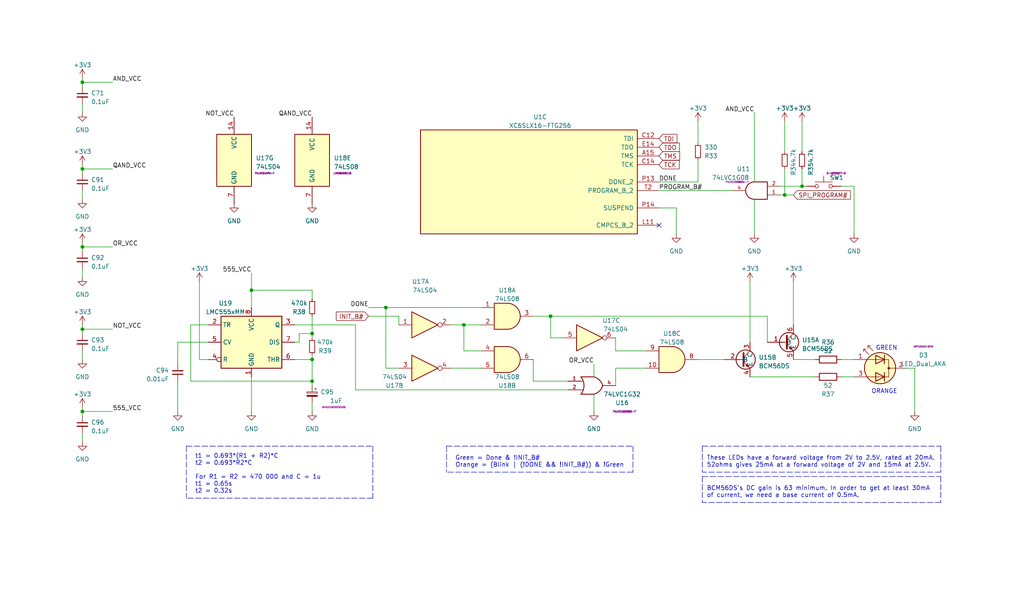
<source format=kicad_sch>
(kicad_sch (version 20210406) (generator eeschema)
  (paper "User" 299.999 180.01)
  (lib_symbols
    (symbol "74xGxx:74LVC1G08" (pin_names (offset 1.016))
      (property "Reference" "U" (at -2.54 3.81 0))
      (property "Value" "74LVC1G08" (at 0 -3.81 0))
      (symbol "74LVC1G08_1_1"
        (pin input line (at -7.62 1.27 0) (length 3.81) (name "~") (number "1"))
        (pin input line (at -7.62 -1.27 0) (length 3.81) (name "~") (number "2"))
        (pin power_in line (at 0 -2.54 270) (length 0) hide (name "GND") (number "3"))
        (pin output line (at 6.35 0 180) (length 3.81) (name "~") (number "4"))
        (pin power_in line (at 0 2.54 90) (length 0) hide (name "VCC") (number "5"))
      )
    )
    (symbol "74xGxx:74LVC1G32" (pin_names (offset 1.016))
      (property "Reference" "U" (at -2.54 3.81 0))
      (property "Value" "74LVC1G32" (at 0 -3.81 0))
      (symbol "74LVC1G32_1_1"
        (pin input line (at -7.62 1.27 0) (length 3.81) (name "~") (number "1"))
        (pin input line (at -7.62 -1.27 0) (length 3.81) (name "~") (number "2"))
        (pin power_in line (at 0 -2.54 270) (length 0) hide (name "GND") (number "3"))
        (pin output line (at 6.35 0 180) (length 3.81) (name "~") (number "4"))
        (pin power_in line (at 0 2.54 90) (length 0) hide (name "VCC") (number "5"))
      )
    )
    (symbol "74xx:74LS04"
      (property "Reference" "U" (at 0 1.27 0))
      (property "Value" "74LS04" (at 0 -1.27 0))
      (symbol "74LS04_1_0"
        (pin input line (at -7.62 0 0) (length 3.81) (name "~") (number "1"))
        (pin output inverted (at 7.62 0 180) (length 3.81) (name "~") (number "2"))
      )
      (symbol "74LS04_2_0"
        (pin input line (at -7.62 0 0) (length 3.81) (name "~") (number "3"))
        (pin output inverted (at 7.62 0 180) (length 3.81) (name "~") (number "4"))
      )
      (symbol "74LS04_3_0"
        (pin input line (at -7.62 0 0) (length 3.81) (name "~") (number "5"))
        (pin output inverted (at 7.62 0 180) (length 3.81) (name "~") (number "6"))
      )
      (symbol "74LS04_4_0"
        (pin output inverted (at 7.62 0 180) (length 3.81) (name "~") (number "8"))
        (pin input line (at -7.62 0 0) (length 3.81) (name "~") (number "9"))
      )
      (symbol "74LS04_5_0"
        (pin output inverted (at 7.62 0 180) (length 3.81) (name "~") (number "10"))
        (pin input line (at -7.62 0 0) (length 3.81) (name "~") (number "11"))
      )
      (symbol "74LS04_6_0"
        (pin output inverted (at 7.62 0 180) (length 3.81) (name "~") (number "12"))
        (pin input line (at -7.62 0 0) (length 3.81) (name "~") (number "13"))
      )
      (symbol "74LS04_7_0"
        (pin power_in line (at 0 12.7 270) (length 5.08) (name "VCC") (number "14"))
        (pin power_in line (at 0 -12.7 90) (length 5.08) (name "GND") (number "7"))
      )
    )
    (symbol "74xx:74LS08" (pin_names (offset 1.016))
      (property "Reference" "U" (at 0 1.27 0))
      (property "Value" "74LS08" (at 0 -1.27 0))
      (symbol "74LS08_1_1"
        (pin input line (at -7.62 2.54 0) (length 3.81) (name "~") (number "1"))
        (pin input line (at -7.62 -2.54 0) (length 3.81) (name "~") (number "2"))
        (pin output line (at 7.62 0 180) (length 3.81) (name "~") (number "3"))
      )
      (symbol "74LS08_1_2"
        (pin input inverted (at -7.62 2.54 0) (length 4.318) (name "~") (number "1"))
        (pin input inverted (at -7.62 -2.54 0) (length 4.318) (name "~") (number "2"))
        (pin output inverted (at 7.62 0 180) (length 3.81) (name "~") (number "3"))
      )
      (symbol "74LS08_2_1"
        (pin input line (at -7.62 2.54 0) (length 3.81) (name "~") (number "4"))
        (pin input line (at -7.62 -2.54 0) (length 3.81) (name "~") (number "5"))
        (pin output line (at 7.62 0 180) (length 3.81) (name "~") (number "6"))
      )
      (symbol "74LS08_2_2"
        (pin input inverted (at -7.62 2.54 0) (length 4.318) (name "~") (number "4"))
        (pin input inverted (at -7.62 -2.54 0) (length 4.318) (name "~") (number "5"))
        (pin output inverted (at 7.62 0 180) (length 3.81) (name "~") (number "6"))
      )
      (symbol "74LS08_3_1"
        (pin input line (at -7.62 -2.54 0) (length 3.81) (name "~") (number "10"))
        (pin output line (at 7.62 0 180) (length 3.81) (name "~") (number "8"))
        (pin input line (at -7.62 2.54 0) (length 3.81) (name "~") (number "9"))
      )
      (symbol "74LS08_3_2"
        (pin input inverted (at -7.62 -2.54 0) (length 4.318) (name "~") (number "10"))
        (pin output inverted (at 7.62 0 180) (length 3.81) (name "~") (number "8"))
        (pin input inverted (at -7.62 2.54 0) (length 4.318) (name "~") (number "9"))
      )
      (symbol "74LS08_4_1"
        (pin output line (at 7.62 0 180) (length 3.81) (name "~") (number "11"))
        (pin input line (at -7.62 2.54 0) (length 3.81) (name "~") (number "12"))
        (pin input line (at -7.62 -2.54 0) (length 3.81) (name "~") (number "13"))
      )
      (symbol "74LS08_4_2"
        (pin output inverted (at 7.62 0 180) (length 3.81) (name "~") (number "11"))
        (pin input inverted (at -7.62 2.54 0) (length 4.318) (name "~") (number "12"))
        (pin input inverted (at -7.62 -2.54 0) (length 4.318) (name "~") (number "13"))
      )
      (symbol "74LS08_5_0"
        (pin power_in line (at 0 12.7 270) (length 5.08) (name "VCC") (number "14"))
        (pin power_in line (at 0 -12.7 90) (length 5.08) (name "GND") (number "7"))
      )
    )
    (symbol "Device:C_Polarized_Small" (pin_numbers hide) (pin_names (offset 0.254) hide)
      (property "Reference" "C" (at 0.254 1.778 0))
      (property "Value" "C_Polarized_Small" (at 0.254 -2.032 0))
      (symbol "C_Polarized_Small_1_1"
        (pin passive line (at 0 2.54 270) (length 1.8542) (name "~") (number "1"))
        (pin passive line (at 0 -2.54 90) (length 1.8542) (name "~") (number "2"))
      )
    )
    (symbol "Device:C_Small" (pin_numbers hide) (pin_names (offset 0.254) hide)
      (property "Reference" "C" (at 0.254 1.778 0))
      (property "Value" "C_Small" (at 0.254 -2.032 0))
      (symbol "C_Small_1_1"
        (pin passive line (at 0 2.54 270) (length 2.032) (name "~") (number "1"))
        (pin passive line (at 0 -2.54 90) (length 2.032) (name "~") (number "2"))
      )
    )
    (symbol "Device:LED_Dual_AKA" (pin_names (offset 0) hide)
      (property "Reference" "D" (at 0 5.715 0))
      (property "Value" "LED_Dual_AKA" (at 0 -6.35 0))
      (symbol "LED_Dual_AKA_1_1"
        (pin input line (at 7.62 2.54 180) (length 3.81) (name "A1") (number "1"))
        (pin input line (at -7.62 0 0) (length 3.048) (name "K") (number "2"))
        (pin input line (at 7.62 -2.54 180) (length 3.81) (name "A2") (number "3"))
      )
    )
    (symbol "Device:R" (pin_numbers hide) (pin_names (offset 0))
      (property "Reference" "R" (at 2.032 0 90))
      (property "Value" "R" (at 0 0 90))
      (symbol "R_1_1"
        (pin passive line (at 0 3.81 270) (length 1.27) (name "~") (number "1"))
        (pin passive line (at 0 -3.81 90) (length 1.27) (name "~") (number "2"))
      )
    )
    (symbol "Device:R_Small" (pin_numbers hide) (pin_names (offset 0.254) hide)
      (property "Reference" "R" (at 0.762 0.508 0))
      (property "Value" "R_Small" (at 0.762 -1.016 0))
      (symbol "R_Small_1_1"
        (pin passive line (at 0 2.54 270) (length 0.762) (name "~") (number "1"))
        (pin passive line (at 0 -2.54 90) (length 0.762) (name "~") (number "2"))
      )
    )
    (symbol "FPGA_Xilinx_Spartan6:XC6SLX16-FTG256" (pin_names (offset 1.016))
      (property "Reference" "U" (at 0 1.27 0))
      (property "Value" "XC6SLX16-FTG256" (at 0 -1.27 0))
      (symbol "XC6SLX16-FTG256_1_1"
        (pin bidirectional line (at -50.8 10.16 0) (length 6.35) (name "IO_L35N_GCLK16_0") (number "A10"))
        (pin bidirectional line (at -50.8 -10.16 0) (length 6.35) (name "IO_L39N_0") (number "A11"))
        (pin bidirectional line (at -50.8 -20.32 0) (length 6.35) (name "IO_L62N_VREF_0") (number "A12"))
        (pin bidirectional line (at -50.8 -25.4 0) (length 6.35) (name "IO_L63N_SCP6_0") (number "A13"))
        (pin bidirectional line (at -50.8 -35.56 0) (length 6.35) (name "IO_L65N_SCP2_0") (number "A14"))
        (pin bidirectional line (at -50.8 55.88 0) (length 6.35) (name "IO_L1N_VREF_0") (number "A4"))
        (pin bidirectional line (at -50.8 50.8 0) (length 6.35) (name "IO_L2N_0") (number "A5"))
        (pin bidirectional line (at -50.8 40.64 0) (length 6.35) (name "IO_L4N_0") (number "A6"))
        (pin bidirectional line (at -50.8 30.48 0) (length 6.35) (name "IO_L6N_0") (number "A7"))
        (pin bidirectional line (at -50.8 20.32 0) (length 6.35) (name "IO_L33N_0") (number "A8"))
        (pin bidirectional line (at -50.8 15.24 0) (length 6.35) (name "IO_L34N_GCLK18_0") (number "A9"))
        (pin bidirectional line (at -50.8 12.7 0) (length 6.35) (name "IO_L35P_GCLK17_0") (number "B10"))
        (pin bidirectional line (at -50.8 -17.78 0) (length 6.35) (name "IO_L62P_0") (number "B12"))
        (pin power_in line (at -35.56 78.74 270) (length 6.35) (name "VCCO_0") (number "B13"))
        (pin bidirectional line (at -50.8 -33.02 0) (length 6.35) (name "IO_L65P_SCP3_0") (number "B14"))
        (pin bidirectional line (at 50.8 53.34 180) (length 6.35) (name "IO_L29P_A23_M1A13_1") (number "B15"))
        (pin bidirectional line (at 50.8 50.8 180) (length 6.35) (name "IO_L29N_A22_M1A14_1") (number "B16"))
        (pin power_in line (at -40.64 78.74 270) (length 6.35) (name "VCCO_0") (number "B4"))
        (pin bidirectional line (at -50.8 53.34 0) (length 6.35) (name "IO_L2P_0") (number "B5"))
        (pin bidirectional line (at -50.8 43.18 0) (length 6.35) (name "IO_L4P_0") (number "B6"))
        (pin bidirectional line (at -50.8 22.86 0) (length 6.35) (name "IO_L33P_0") (number "B8"))
        (pin power_in line (at -38.1 78.74 270) (length 6.35) (name "VCCO_0") (number "B9"))
        (pin bidirectional line (at -50.8 0 0) (length 6.35) (name "IO_L37N_GCLK12_0") (number "C10"))
        (pin bidirectional line (at -50.8 -7.62 0) (length 6.35) (name "IO_L39P_0") (number "C11"))
        (pin bidirectional line (at -50.8 -22.86 0) (length 6.35) (name "IO_L63P_SCP7_0") (number "C13"))
        (pin bidirectional line (at 50.8 33.02 180) (length 6.35) (name "IO_L33P_A15_M1A10_1") (number "C15"))
        (pin bidirectional line (at 50.8 30.48 180) (length 6.35) (name "IO_L33N_A14_M1A4_1") (number "C16"))
        (pin bidirectional line (at -50.8 58.42 0) (length 6.35) (name "IO_L1P_HSWAPEN_0") (number "C4"))
        (pin bidirectional line (at -50.8 45.72 0) (length 6.35) (name "IO_L3N_0") (number "C5"))
        (pin bidirectional line (at -50.8 25.4 0) (length 6.35) (name "IO_L7N_0") (number "C6"))
        (pin bidirectional line (at -50.8 33.02 0) (length 6.35) (name "IO_L6P_0") (number "C7"))
        (pin bidirectional line (at -50.8 -5.08 0) (length 6.35) (name "IO_L38N_VREF_0") (number "C8"))
        (pin bidirectional line (at -50.8 17.78 0) (length 6.35) (name "IO_L34P_GCLK19_0") (number "C9"))
        (pin power_in line (at -30.48 78.74 270) (length 6.35) (name "VCCO_0") (number "D10"))
        (pin bidirectional line (at -50.8 -38.1 0) (length 6.35) (name "IO_L66P_SCP1_0") (number "D11"))
        (pin bidirectional line (at -50.8 -40.64 0) (length 6.35) (name "IO_L66N_SCP0_0") (number "D12"))
        (pin bidirectional line (at 50.8 43.18 180) (length 6.35) (name "IO_L31P_A19_M1CKE_1") (number "D14"))
        (pin power_in line (at 27.94 78.74 270) (length 6.35) (name "VCCO_1") (number "D15"))
        (pin bidirectional line (at 50.8 40.64 180) (length 6.35) (name "IO_L31N_A18_M1A12_1") (number "D16"))
        (pin bidirectional line (at -50.8 48.26 0) (length 6.35) (name "IO_L3P_0") (number "D5"))
        (pin bidirectional line (at -50.8 27.94 0) (length 6.35) (name "IO_L7P_0") (number "D6"))
        (pin power_in line (at -33.02 78.74 270) (length 6.35) (name "VCCO_0") (number "D7"))
        (pin bidirectional line (at -50.8 -2.54 0) (length 6.35) (name "IO_L38P_0") (number "D8"))
        (pin bidirectional line (at -50.8 -15.24 0) (length 6.35) (name "IO_L40N_0") (number "D9"))
        (pin bidirectional line (at -50.8 2.54 0) (length 6.35) (name "IO_L37P_GCLK13_0") (number "E10"))
        (pin bidirectional line (at -50.8 -30.48 0) (length 6.35) (name "IO_L64N_SCP4_0") (number "E11"))
        (pin bidirectional line (at 50.8 55.88 180) (length 6.35) (name "IO_L1N_A24_VREF_1") (number "E12"))
        (pin bidirectional line (at 50.8 58.42 180) (length 6.35) (name "IO_L1P_A25_1") (number "E13"))
        (pin bidirectional line (at 50.8 27.94 180) (length 6.35) (name "IO_L34P_A13_M1WE_1") (number "E15"))
        (pin bidirectional line (at 50.8 25.4 180) (length 6.35) (name "IO_L34N_A12_M1BA2_1") (number "E16"))
        (pin bidirectional line (at -50.8 35.56 0) (length 6.35) (name "IO_L5N_0") (number "E6"))
        (pin bidirectional line (at -50.8 7.62 0) (length 6.35) (name "IO_L36P_GCLK15_0") (number "E7"))
        (pin bidirectional line (at -50.8 5.08 0) (length 6.35) (name "IO_L36N_GCLK14_0") (number "E8"))
        (pin bidirectional line (at -50.8 -27.94 0) (length 6.35) (name "IO_L64P_SCP5_0") (number "F10"))
        (pin bidirectional line (at 50.8 48.26 180) (length 6.35) (name "IO_L30P_A21_M1RESET_1") (number "F12"))
        (pin bidirectional line (at 50.8 38.1 180) (length 6.35) (name "IO_L32P_A17_M1A8_1") (number "F13"))
        (pin bidirectional line (at 50.8 35.56 180) (length 6.35) (name "IO_L32N_A16_M1A9_1") (number "F14"))
        (pin bidirectional line (at 50.8 22.86 180) (length 6.35) (name "IO_L35P_A11_M1A7_1") (number "F15"))
        (pin bidirectional line (at 50.8 20.32 180) (length 6.35) (name "IO_L35N_A10_M1A2_1") (number "F16"))
        (pin bidirectional line (at -50.8 38.1 0) (length 6.35) (name "IO_L5P_0") (number "F7"))
        (pin bidirectional line (at -50.8 -12.7 0) (length 6.35) (name "IO_L40P_0") (number "F9"))
        (pin bidirectional line (at 50.8 45.72 180) (length 6.35) (name "IO_L30N_A20_M1A11_1") (number "G11"))
        (pin bidirectional line (at 50.8 7.62 180) (length 6.35) (name "IO_L38P_A5_M1CLK_1") (number "G12"))
        (pin power_in line (at 30.48 78.74 270) (length 6.35) (name "VCCO_1") (number "G13"))
        (pin bidirectional line (at 50.8 17.78 180) (length 6.35) (name "IO_L36P_A9_M1BA0_1") (number "G14"))
        (pin bidirectional line (at 50.8 15.24 180) (length 6.35) (name "IO_L36N_A8_M1BA1_1") (number "G16"))
        (pin bidirectional line (at 50.8 5.08 180) (length 6.35) (name "IO_L38N_A4_M1CLKN_1") (number "H11"))
        (pin bidirectional line (at 50.8 2.54 180) (length 6.35) (name "IO_L39P_M1A3_1") (number "H13"))
        (pin bidirectional line (at 50.8 0 180) (length 6.35) (name "IO_L39N_M1ODT_1") (number "H14"))
        (pin bidirectional line (at 50.8 12.7 180) (length 6.35) (name "IO_L37P_A7_M1A0_1") (number "H15"))
        (pin bidirectional line (at 50.8 10.16 180) (length 6.35) (name "IO_L37N_A6_M1A1_1") (number "H16"))
        (pin bidirectional line (at 50.8 -2.54 180) (length 6.35) (name "IO_L40P_GCLK11_M1A5_1") (number "J11"))
        (pin bidirectional line (at 50.8 -5.08 180) (length 6.35) (name "IO_L40N_GCLK10_M1A6_1") (number "J12"))
        (pin bidirectional line (at 50.8 -7.62 180) (length 6.35) (name "IO_L41P_GCLK9_IRDY1_M1RASN_1") (number "J13"))
        (pin bidirectional line (at 50.8 -17.78 180) (length 6.35) (name "IO_L43P_GCLK5_M1DQ4_1") (number "J14"))
        (pin power_in line (at 33.02 78.74 270) (length 6.35) (name "VCCO_1") (number "J15"))
        (pin bidirectional line (at 50.8 -20.32 180) (length 6.35) (name "IO_L43N_GCLK4_M1DQ5_1") (number "J16"))
        (pin bidirectional line (at 50.8 -15.24 180) (length 6.35) (name "IO_L42N_GCLK6_TRDY1_M1LDM_1") (number "K11"))
        (pin bidirectional line (at 50.8 -12.7 180) (length 6.35) (name "IO_L42P_GCLK7_M1UDM_1") (number "K12"))
        (pin power_in line (at 35.56 78.74 270) (length 6.35) (name "VCCO_1") (number "K13"))
        (pin bidirectional line (at 50.8 -10.16 180) (length 6.35) (name "IO_L41N_GCLK8_M1CASN_1") (number "K14"))
        (pin bidirectional line (at 50.8 -22.86 180) (length 6.35) (name "IO_L44P_A3_M1DQ6_1") (number "K15"))
        (pin bidirectional line (at 50.8 -25.4 180) (length 6.35) (name "IO_L44N_A2_M1DQ7_1") (number "K16"))
        (pin bidirectional line (at 50.8 -68.58 180) (length 6.35) (name "IO_L53P_1") (number "L12"))
        (pin bidirectional line (at 50.8 -71.12 180) (length 6.35) (name "IO_L53N_VREF_1") (number "L13"))
        (pin bidirectional line (at 50.8 -38.1 180) (length 6.35) (name "IO_L47P_FWE_B_M1DQ0_1") (number "L14"))
        (pin bidirectional line (at 50.8 -40.64 180) (length 6.35) (name "IO_L47N_LDC_M1DQ1_1") (number "L16"))
        (pin bidirectional line (at 50.8 -73.66 180) (length 6.35) (name "IO_L74P_AWAKE_1") (number "M13"))
        (pin bidirectional line (at 50.8 -76.2 180) (length 6.35) (name "IO_L74N_DOUT_BUSY_1") (number "M14"))
        (pin bidirectional line (at 50.8 -33.02 180) (length 6.35) (name "IO_L46P_FCS_B_M1DQ2_1") (number "M15"))
        (pin bidirectional line (at 50.8 -35.56 180) (length 6.35) (name "IO_L46N_FOE_B_M1DQ3_1") (number "M16"))
        (pin bidirectional line (at 50.8 -27.94 180) (length 6.35) (name "IO_L45P_A1_M1LDQS_1") (number "N14"))
        (pin power_in line (at 38.1 78.74 270) (length 6.35) (name "VCCO_1") (number "N15"))
        (pin bidirectional line (at 50.8 -30.48 180) (length 6.35) (name "IO_L45N_A0_M1LDQSN_1") (number "N16"))
        (pin bidirectional line (at 50.8 -43.18 180) (length 6.35) (name "IO_L48P_HDC_M1DQ8_1") (number "P15"))
        (pin bidirectional line (at 50.8 -45.72 180) (length 6.35) (name "IO_L48N_M1DQ9_1") (number "P16"))
        (pin bidirectional line (at 50.8 -63.5 180) (length 6.35) (name "IO_L52P_M1DQ14_1") (number "R12"))
        (pin power_in line (at 40.64 78.74 270) (length 6.35) (name "VCCO_1") (number "R13"))
        (pin bidirectional line (at 50.8 -53.34 180) (length 6.35) (name "IO_L50P_M1UDQS_1") (number "R14"))
        (pin bidirectional line (at 50.8 -48.26 180) (length 6.35) (name "IO_L49P_M1DQ10_1") (number "R15"))
        (pin bidirectional line (at 50.8 -50.8 180) (length 6.35) (name "IO_L49N_M1DQ11_1") (number "R16"))
        (pin bidirectional line (at 50.8 -66.04 180) (length 6.35) (name "IO_L52N_M1DQ15_1") (number "T12"))
        (pin bidirectional line (at 50.8 -60.96 180) (length 6.35) (name "IO_L51N_M1DQ13_1") (number "T13"))
        (pin bidirectional line (at 50.8 -58.42 180) (length 6.35) (name "IO_L51P_M1DQ12_1") (number "T14"))
        (pin bidirectional line (at 50.8 -55.88 180) (length 6.35) (name "IO_L50N_M1UDQSN_1") (number "T15"))
      )
      (symbol "XC6SLX16-FTG256_2_1"
        (pin bidirectional line (at 50.8 -55.88 180) (length 6.35) (name "IO_L52N_M3A9_3") (number "A2"))
        (pin bidirectional line (at 50.8 -76.2 180) (length 6.35) (name "IO_L83N_VREF_3") (number "A3"))
        (pin bidirectional line (at 50.8 -45.72 180) (length 6.35) (name "IO_L50N_M3BA2_3") (number "B1"))
        (pin bidirectional line (at 50.8 -53.34 180) (length 6.35) (name "IO_L52P_M3A8_3") (number "B2"))
        (pin bidirectional line (at 50.8 -73.66 180) (length 6.35) (name "IO_L83P_3") (number "B3"))
        (pin bidirectional line (at 50.8 -43.18 180) (length 6.35) (name "IO_L50P_M3WE_3") (number "C1"))
        (pin bidirectional line (at 50.8 -35.56 180) (length 6.35) (name "IO_L48N_M3BA1_3") (number "C2"))
        (pin bidirectional line (at 50.8 -33.02 180) (length 6.35) (name "IO_L48P_M3BA0_3") (number "C3"))
        (pin bidirectional line (at 50.8 -40.64 180) (length 6.35) (name "IO_L49N_M3A2_3") (number "D1"))
        (pin power_in line (at 30.48 78.74 270) (length 6.35) (name "VCCO_3") (number "D2"))
        (pin bidirectional line (at 50.8 -38.1 180) (length 6.35) (name "IO_L49P_M3A7_3") (number "D3"))
        (pin bidirectional line (at 50.8 -25.4 180) (length 6.35) (name "IO_L46N_M3CLKN_3") (number "E1"))
        (pin bidirectional line (at 50.8 -22.86 180) (length 6.35) (name "IO_L46P_M3CLK_3") (number "E2"))
        (pin bidirectional line (at 50.8 -66.04 180) (length 6.35) (name "IO_L54N_M3A11_3") (number "E3"))
        (pin bidirectional line (at 50.8 -63.5 180) (length 6.35) (name "IO_L54P_M3RESET_3") (number "E4"))
        (pin bidirectional line (at 50.8 0 180) (length 6.35) (name "IO_L41N_GCLK26_M3DQ5_3") (number "F1"))
        (pin bidirectional line (at 50.8 2.54 180) (length 6.35) (name "IO_L41P_GCLK27_M3DQ4_3") (number "F2"))
        (pin bidirectional line (at 50.8 -60.96 180) (length 6.35) (name "IO_L53N_M3A12_3") (number "F3"))
        (pin bidirectional line (at 50.8 -58.42 180) (length 6.35) (name "IO_L53P_M3CKE_3") (number "F4"))
        (pin bidirectional line (at 50.8 -71.12 180) (length 6.35) (name "IO_L55N_M3A14_3") (number "F5"))
        (pin bidirectional line (at 50.8 -68.58 180) (length 6.35) (name "IO_L55P_M3A13_3") (number "F6"))
        (pin bidirectional line (at 50.8 5.08 180) (length 6.35) (name "IO_L40N_M3DQ7_3") (number "G1"))
        (pin bidirectional line (at 50.8 7.62 180) (length 6.35) (name "IO_L40P_M3DQ6_3") (number "G3"))
        (pin power_in line (at 33.02 78.74 270) (length 6.35) (name "VCCO_3") (number "G4"))
        (pin bidirectional line (at 50.8 -50.8 180) (length 6.35) (name "IO_L51N_M3A4_3") (number "G5"))
        (pin bidirectional line (at 50.8 -48.26 180) (length 6.35) (name "IO_L51P_M3A10_3") (number "G6"))
        (pin bidirectional line (at 50.8 10.16 180) (length 6.35) (name "IO_L39N_M3LDQSN_3") (number "H1"))
        (pin bidirectional line (at 50.8 12.7 180) (length 6.35) (name "IO_L39P_M3LDQS_3") (number "H2"))
        (pin bidirectional line (at 50.8 -15.24 180) (length 6.35) (name "IO_L44N_GCLK20_M3A6_3") (number "H3"))
        (pin bidirectional line (at 50.8 -12.7 180) (length 6.35) (name "IO_L44P_GCLK21_M3A5_3") (number "H4"))
        (pin bidirectional line (at 50.8 -10.16 180) (length 6.35) (name "IO_L43N_GCLK22_IRDY2_M3CASN_3") (number "H5"))
        (pin bidirectional line (at 50.8 15.24 180) (length 6.35) (name "IO_L38N_M3DQ3_3") (number "J1"))
        (pin power_in line (at 35.56 78.74 270) (length 6.35) (name "VCCO_3") (number "J2"))
        (pin bidirectional line (at 50.8 17.78 180) (length 6.35) (name "IO_L38P_M3DQ2_3") (number "J3"))
        (pin bidirectional line (at 50.8 -5.08 180) (length 6.35) (name "IO_L42N_GCLK24_M3LDM_3") (number "J4"))
        (pin bidirectional line (at 50.8 -7.62 180) (length 6.35) (name "IO_L43P_GCLK23_M3RASN_3") (number "J6"))
        (pin bidirectional line (at 50.8 20.32 180) (length 6.35) (name "IO_L37N_M3DQ1_3") (number "K1"))
        (pin bidirectional line (at 50.8 22.86 180) (length 6.35) (name "IO_L37P_M3DQ0_3") (number "K2"))
        (pin bidirectional line (at 50.8 -2.54 180) (length 6.35) (name "IO_L42P_GCLK25_TRDY2_M3UDM_3") (number "K3"))
        (pin power_in line (at 38.1 78.74 270) (length 6.35) (name "VCCO_3") (number "K4"))
        (pin bidirectional line (at 50.8 -27.94 180) (length 6.35) (name "IO_L47P_M3A0_3") (number "K5"))
        (pin bidirectional line (at 50.8 -30.48 180) (length 6.35) (name "IO_L47N_M3A1_3") (number "K6"))
        (pin bidirectional line (at 50.8 25.4 180) (length 6.35) (name "IO_L36N_M3DQ9_3") (number "L1"))
        (pin bidirectional line (at -50.8 27.94 0) (length 6.35) (name "IO_L16P_2") (number "L10"))
        (pin bidirectional line (at 50.8 27.94 180) (length 6.35) (name "IO_L36P_M3DQ8_3") (number "L3"))
        (pin bidirectional line (at 50.8 -17.78 180) (length 6.35) (name "IO_L45P_M3A3_3") (number "L4"))
        (pin bidirectional line (at 50.8 -20.32 180) (length 6.35) (name "IO_L45N_M3ODT_3") (number "L5"))
        (pin bidirectional line (at -50.8 -20.32 0) (length 6.35) (name "IO_L62N_D6_2") (number "L7"))
        (pin bidirectional line (at -50.8 -17.78 0) (length 6.35) (name "IO_L62P_D5_2") (number "L8"))
        (pin bidirectional line (at 50.8 30.48 180) (length 6.35) (name "IO_L35N_M3DQ11_3") (number "M1"))
        (pin bidirectional line (at -50.8 25.4 0) (length 6.35) (name "IO_L16N_VREF_2") (number "M10"))
        (pin bidirectional line (at -50.8 50.8 0) (length 6.35) (name "IO_L2N_CMPMOSI_2") (number "M11"))
        (pin bidirectional line (at -50.8 53.34 0) (length 6.35) (name "IO_L2P_CMPCLK_2") (number "M12"))
        (pin bidirectional line (at 50.8 33.02 180) (length 6.35) (name "IO_L35P_M3DQ10_3") (number "M2"))
        (pin bidirectional line (at 50.8 55.88 180) (length 6.35) (name "IO_L1N_VREF_3") (number "M3"))
        (pin bidirectional line (at 50.8 58.42 180) (length 6.35) (name "IO_L1P_3") (number "M4"))
        (pin bidirectional line (at 50.8 53.34 180) (length 6.35) (name "IO_L2P_3") (number "M5"))
        (pin bidirectional line (at -50.8 -27.94 0) (length 6.35) (name "IO_L64P_D8_2") (number "M6"))
        (pin bidirectional line (at -50.8 5.08 0) (length 6.35) (name "IO_L31N_GCLK30_D15_2") (number "M7"))
        (pin bidirectional line (at -50.8 17.78 0) (length 6.35) (name "IO_L29P_GCLK3_2") (number "M9"))
        (pin bidirectional line (at 50.8 35.56 180) (length 6.35) (name "IO_L34N_M3UDQSN_3") (number "N1"))
        (pin power_in line (at -38.1 78.74 270) (length 6.35) (name "VCCO_2") (number "N10"))
        (pin bidirectional line (at -50.8 38.1 0) (length 6.35) (name "IO_L13P_M1_2") (number "N11"))
        (pin bidirectional line (at -50.8 43.18 0) (length 6.35) (name "IO_L12P_D1_MISO2_2") (number "N12"))
        (pin power_in line (at 40.64 78.74 270) (length 6.35) (name "VCCO_3") (number "N2"))
        (pin bidirectional line (at 50.8 38.1 180) (length 6.35) (name "IO_L34P_M3UDQS_3") (number "N3"))
        (pin bidirectional line (at 50.8 50.8 180) (length 6.35) (name "IO_L2N_3") (number "N4"))
        (pin bidirectional line (at -50.8 -12.7 0) (length 6.35) (name "IO_L49P_D3_2") (number "N5"))
        (pin bidirectional line (at -50.8 -30.48 0) (length 6.35) (name "IO_L64N_D9_2") (number "N6"))
        (pin power_in line (at -40.64 78.74 270) (length 6.35) (name "VCCO_2") (number "N7"))
        (pin bidirectional line (at -50.8 15.24 0) (length 6.35) (name "IO_L29N_GCLK2_2") (number "N8"))
        (pin bidirectional line (at -50.8 33.02 0) (length 6.35) (name "IO_L14P_D11_2") (number "N9"))
        (pin bidirectional line (at 50.8 40.64 180) (length 6.35) (name "IO_L33N_M3DQ13_3") (number "P1"))
        (pin bidirectional line (at -50.8 48.26 0) (length 6.35) (name "IO_L3P_D0_DIN_MISO_MISO1_2") (number "P10"))
        (pin bidirectional line (at -50.8 35.56 0) (length 6.35) (name "IO_L13N_D10_2") (number "P11"))
        (pin bidirectional line (at -50.8 40.64 0) (length 6.35) (name "IO_L12N_D2_MISO3_2") (number "P12"))
        (pin bidirectional line (at 50.8 43.18 180) (length 6.35) (name "IO_L33P_M3DQ12_3") (number "P2"))
        (pin bidirectional line (at -50.8 -22.86 0) (length 6.35) (name "IO_L63P_2") (number "P4"))
        (pin bidirectional line (at -50.8 -15.24 0) (length 6.35) (name "IO_L49N_D4_2") (number "P5"))
        (pin bidirectional line (at -50.8 -2.54 0) (length 6.35) (name "IO_L47P_2") (number "P6"))
        (pin bidirectional line (at -50.8 7.62 0) (length 6.35) (name "IO_L31P_GCLK31_D14_2") (number "P7"))
        (pin bidirectional line (at -50.8 12.7 0) (length 6.35) (name "IO_L30P_GCLK1_D13_2") (number "P8"))
        (pin bidirectional line (at -50.8 30.48 0) (length 6.35) (name "IO_L14N_D12_2") (number "P9"))
        (pin bidirectional line (at 50.8 45.72 180) (length 6.35) (name "IO_L32N_M3DQ15_3") (number "R1"))
        (pin bidirectional line (at -50.8 58.42 0) (length 6.35) (name "IO_L1P_CCLK_2") (number "R11"))
        (pin bidirectional line (at 50.8 48.26 180) (length 6.35) (name "IO_L32P_M3DQ14_3") (number "R2"))
        (pin bidirectional line (at -50.8 -33.02 0) (length 6.35) (name "IO_L65P_INIT_B_2") (number "R3"))
        (pin power_in line (at -35.56 78.74 270) (length 6.35) (name "VCCO_2") (number "R4"))
        (pin bidirectional line (at -50.8 -7.62 0) (length 6.35) (name "IO_L48P_D7_2") (number "R5"))
        (pin bidirectional line (at -50.8 2.54 0) (length 6.35) (name "IO_L32P_GCLK29_2") (number "R7"))
        (pin power_in line (at -33.02 78.74 270) (length 6.35) (name "VCCO_2") (number "R8"))
        (pin bidirectional line (at -50.8 22.86 0) (length 6.35) (name "IO_L23P_2") (number "R9"))
        (pin bidirectional line (at -50.8 45.72 0) (length 6.35) (name "IO_L3N_MOSI_CSI_B_MISO0_2") (number "T10"))
        (pin bidirectional line (at -50.8 55.88 0) (length 6.35) (name "IO_L1N_M0_CMPMISO_2") (number "T11"))
        (pin bidirectional line (at -50.8 -35.56 0) (length 6.35) (name "IO_L65N_CSO_B_2") (number "T3"))
        (pin bidirectional line (at -50.8 -25.4 0) (length 6.35) (name "IO_L63N_2") (number "T4"))
        (pin bidirectional line (at -50.8 -10.16 0) (length 6.35) (name "IO_L48N_RDWR_B_VREF_2") (number "T5"))
        (pin bidirectional line (at -50.8 -5.08 0) (length 6.35) (name "IO_L47N_2") (number "T6"))
        (pin bidirectional line (at -50.8 0 0) (length 6.35) (name "IO_L32N_GCLK28_2") (number "T7"))
        (pin bidirectional line (at -50.8 10.16 0) (length 6.35) (name "IO_L30N_GCLK0_USERCCLK_2") (number "T8"))
        (pin bidirectional line (at -50.8 20.32 0) (length 6.35) (name "IO_L23N_2") (number "T9"))
      )
      (symbol "XC6SLX16-FTG256_3_1"
        (pin bidirectional line (at 38.1 7.62 180) (length 6.35) (name "TMS") (number "A15"))
        (pin bidirectional line (at 38.1 12.7 180) (length 6.35) (name "TDI") (number "C12"))
        (pin bidirectional line (at 38.1 5.08 180) (length 6.35) (name "TCK") (number "C14"))
        (pin bidirectional line (at 38.1 10.16 180) (length 6.35) (name "TDO") (number "E14"))
        (pin bidirectional line (at 38.1 -12.7 180) (length 6.35) (name "CMPCS_B_2") (number "L11"))
        (pin bidirectional line (at 38.1 0 180) (length 6.35) (name "DONE_2") (number "P13"))
        (pin bidirectional line (at 38.1 -7.62 180) (length 6.35) (name "SUSPEND") (number "P14"))
        (pin bidirectional line (at 38.1 -2.54 180) (length 6.35) (name "PROGRAM_B_2") (number "T2"))
      )
      (symbol "XC6SLX16-FTG256_4_1"
        (pin power_in line (at -25.4 2.54 0) (length 6.35) (name "GND") (number "A1"))
        (pin power_in line (at -25.4 0 0) (length 6.35) (name "GND") (number "A16"))
        (pin power_in line (at -25.4 -5.08 0) (length 6.35) (name "GND") (number "B11"))
        (pin power_in line (at -25.4 -2.54 0) (length 6.35) (name "GND") (number "B7"))
        (pin power_in line (at -25.4 -10.16 0) (length 6.35) (name "GND") (number "D13"))
        (pin power_in line (at -25.4 -7.62 0) (length 6.35) (name "GND") (number "D4"))
        (pin power_in line (at -25.4 27.94 0) (length 6.35) (name "VCCAUX") (number "E5"))
        (pin power_in line (at -25.4 -12.7 0) (length 6.35) (name "GND") (number "E9"))
        (pin power_in line (at -25.4 22.86 0) (length 6.35) (name "VCCAUX") (number "F11"))
        (pin power_in line (at -25.4 25.4 0) (length 6.35) (name "VCCAUX") (number "F8"))
        (pin power_in line (at -25.4 20.32 0) (length 6.35) (name "VCCAUX") (number "G10"))
        (pin power_in line (at -25.4 -20.32 0) (length 6.35) (name "GND") (number "G15"))
        (pin power_in line (at -25.4 -15.24 0) (length 6.35) (name "GND") (number "G2"))
        (pin power_in line (at 25.4 27.94 180) (length 6.35) (name "VCCINT") (number "G7"))
        (pin power_in line (at -25.4 -17.78 0) (length 6.35) (name "GND") (number "G8"))
        (pin power_in line (at 25.4 25.4 180) (length 6.35) (name "VCCINT") (number "G9"))
        (pin power_in line (at 25.4 20.32 180) (length 6.35) (name "VCCINT") (number "H10"))
        (pin power_in line (at -25.4 -27.94 0) (length 6.35) (name "GND") (number "H12"))
        (pin power_in line (at -25.4 17.78 0) (length 6.35) (name "VCCAUX") (number "H6"))
        (pin power_in line (at -25.4 -22.86 0) (length 6.35) (name "GND") (number "H7"))
        (pin power_in line (at 25.4 22.86 180) (length 6.35) (name "VCCINT") (number "H8"))
        (pin power_in line (at -25.4 -25.4 0) (length 6.35) (name "GND") (number "H9"))
        (pin power_in line (at -25.4 15.24 0) (length 6.35) (name "VCCAUX") (number "J10"))
        (pin power_in line (at 25.4 2.54 180) (length 6.35) (name "GND") (number "J5"))
        (pin power_in line (at 25.4 17.78 180) (length 6.35) (name "VCCINT") (number "J7"))
        (pin power_in line (at 25.4 0 180) (length 6.35) (name "GND") (number "J8"))
        (pin power_in line (at 25.4 15.24 180) (length 6.35) (name "VCCINT") (number "J9"))
        (pin power_in line (at 25.4 10.16 180) (length 6.35) (name "VCCINT") (number "K10"))
        (pin power_in line (at 25.4 -2.54 180) (length 6.35) (name "GND") (number "K7"))
        (pin power_in line (at 25.4 12.7 180) (length 6.35) (name "VCCINT") (number "K8"))
        (pin power_in line (at 25.4 -5.08 180) (length 6.35) (name "GND") (number "K9"))
        (pin power_in line (at 25.4 -10.16 180) (length 6.35) (name "GND") (number "L15"))
        (pin power_in line (at 25.4 -7.62 180) (length 6.35) (name "GND") (number "L2"))
        (pin power_in line (at -25.4 12.7 0) (length 6.35) (name "VCCAUX") (number "L6"))
        (pin power_in line (at -25.4 10.16 0) (length 6.35) (name "VCCAUX") (number "L9"))
        (pin power_in line (at 25.4 -12.7 180) (length 6.35) (name "GND") (number "M8"))
        (pin power_in line (at 25.4 -15.24 180) (length 6.35) (name "GND") (number "N13"))
        (pin power_in line (at 25.4 -17.78 180) (length 6.35) (name "GND") (number "P3"))
        (pin power_in line (at 25.4 -22.86 180) (length 6.35) (name "GND") (number "R10"))
        (pin power_in line (at 25.4 -20.32 180) (length 6.35) (name "GND") (number "R6"))
        (pin power_in line (at 25.4 -25.4 180) (length 6.35) (name "GND") (number "T1"))
        (pin power_in line (at 25.4 -27.94 180) (length 6.35) (name "GND") (number "T16"))
      )
    )
    (symbol "Switch:SW_Push" (pin_numbers hide) (pin_names (offset 1.016) hide)
      (property "Reference" "SW" (at 1.27 2.54 0))
      (property "Value" "SW_Push" (at 0 -1.524 0))
      (symbol "SW_Push_0_1"
        (pin passive line (at -5.08 0 0) (length 2.54) (name "1") (number "1"))
        (pin passive line (at 5.08 0 180) (length 2.54) (name "2") (number "2"))
      )
    )
    (symbol "Timer:LMC555xMM"
      (property "Reference" "U" (at -10.16 8.89 0))
      (property "Value" "LMC555xMM" (at 2.54 8.89 0))
      (symbol "LMC555xMM_0_0"
        (pin power_in line (at 0 -10.16 90) (length 2.54) (name "GND") (number "1"))
        (pin power_in line (at 0 10.16 270) (length 2.54) (name "VCC") (number "8"))
      )
      (symbol "LMC555xMM_1_1"
        (pin input line (at -12.7 5.08 0) (length 3.81) (name "TR") (number "2"))
        (pin output line (at 12.7 5.08 180) (length 3.81) (name "Q") (number "3"))
        (pin input inverted (at -12.7 -5.08 0) (length 3.81) (name "R") (number "4"))
        (pin input line (at -12.7 0 0) (length 3.81) (name "CV") (number "5"))
        (pin input line (at 12.7 -5.08 180) (length 3.81) (name "THR") (number "6"))
        (pin input line (at 12.7 0 180) (length 3.81) (name "DIS") (number "7"))
      )
    )
    (symbol "bcm56ds:BCM56DS"
      (property "Reference" "U" (at 0 2.54 0))
      (property "Value" "BCM56DS" (at 0 0 0))
      (symbol "BCM56DS_1_1"
        (pin input line (at -5.08 -12.7 0) (length 5.08) (name "B") (number "1"))
        (pin passive line (at 2.54 -17.78 90) (length 2.54) (name "E") (number "5"))
        (pin passive line (at 2.54 -7.62 270) (length 2.54) (name "C") (number "6"))
      )
      (symbol "BCM56DS_2_1"
        (pin input line (at -5.08 -12.7 0) (length 5.08) (name "B") (number "2"))
        (pin passive line (at 2.54 -7.62 270) (length 2.54) (name "C") (number "3"))
        (pin passive line (at 2.54 -17.78 90) (length 2.54) (name "E") (number "4"))
      )
    )
    (symbol "power:+3V3" (power) (pin_names (offset 0))
      (property "Value" "+3V3" (at 0 3.556 0))
      (symbol "+3V3_1_1"
        (pin power_in line (at 0 0 90) (length 0) hide (name "+3V3") (number "1"))
      )
    )
    (symbol "power:GND" (power) (pin_names (offset 0))
      (property "Value" "GND" (at 0 -3.81 0))
      (symbol "GND_1_1"
        (pin power_in line (at 0 0 270) (length 0) hide (name "GND") (number "1"))
      )
    )
  )
  (junction (at 24.13 24.13) (diameter 0.9144))
  (junction (at 24.13 49.53) (diameter 0.9144))
  (junction (at 24.13 72.39) (diameter 0.9144))
  (junction (at 24.13 96.52) (diameter 0.9144))
  (junction (at 24.13 120.65) (diameter 0.9144))
  (junction (at 73.66 85.09) (diameter 0.9144))
  (junction (at 91.44 97.79) (diameter 0.9144))
  (junction (at 91.44 105.41) (diameter 0.9144))
  (junction (at 91.44 111.76) (diameter 0.9144))
  (junction (at 113.03 90.17) (diameter 0.9144))
  (junction (at 135.89 95.25) (diameter 0.9144))
  (junction (at 161.29 92.71) (diameter 0.9144))
  (junction (at 229.87 57.15) (diameter 0.9144))
  (junction (at 234.95 54.61) (diameter 0.9144))
  (no_connect (at 193.04 66.04))
  (wire (pts (xy 24.13 22.86) (xy 24.13 24.13)))
  (wire (pts (xy 24.13 24.13) (xy 24.13 25.4)))
  (wire (pts (xy 24.13 24.13) (xy 33.02 24.13)))
  (wire (pts (xy 24.13 30.48) (xy 24.13 33.02)))
  (wire (pts (xy 24.13 48.26) (xy 24.13 49.53)))
  (wire (pts (xy 24.13 49.53) (xy 24.13 50.8)))
  (wire (pts (xy 24.13 49.53) (xy 33.02 49.53)))
  (wire (pts (xy 24.13 55.88) (xy 24.13 58.42)))
  (wire (pts (xy 24.13 71.12) (xy 24.13 72.39)))
  (wire (pts (xy 24.13 72.39) (xy 24.13 73.66)))
  (wire (pts (xy 24.13 72.39) (xy 33.02 72.39)))
  (wire (pts (xy 24.13 78.74) (xy 24.13 81.28)))
  (wire (pts (xy 24.13 95.25) (xy 24.13 96.52)))
  (wire (pts (xy 24.13 96.52) (xy 24.13 97.79)))
  (wire (pts (xy 24.13 96.52) (xy 33.02 96.52)))
  (wire (pts (xy 24.13 102.87) (xy 24.13 105.41)))
  (wire (pts (xy 24.13 119.38) (xy 24.13 120.65)))
  (wire (pts (xy 24.13 120.65) (xy 24.13 121.92)))
  (wire (pts (xy 24.13 120.65) (xy 33.02 120.65)))
  (wire (pts (xy 24.13 127) (xy 24.13 129.54)))
  (wire (pts (xy 52.07 100.33) (xy 52.07 106.68)))
  (wire (pts (xy 52.07 100.33) (xy 60.96 100.33)))
  (wire (pts (xy 52.07 111.76) (xy 52.07 120.65)))
  (wire (pts (xy 55.88 95.25) (xy 55.88 111.76)))
  (wire (pts (xy 55.88 111.76) (xy 91.44 111.76)))
  (wire (pts (xy 58.42 82.55) (xy 58.42 105.41)))
  (wire (pts (xy 58.42 105.41) (xy 60.96 105.41)))
  (wire (pts (xy 60.96 95.25) (xy 55.88 95.25)))
  (wire (pts (xy 73.66 80.01) (xy 73.66 85.09)))
  (wire (pts (xy 73.66 85.09) (xy 73.66 90.17)))
  (wire (pts (xy 73.66 85.09) (xy 91.44 85.09)))
  (wire (pts (xy 73.66 110.49) (xy 73.66 120.65)))
  (wire (pts (xy 86.36 95.25) (xy 104.14 95.25)))
  (wire (pts (xy 86.36 100.33) (xy 87.63 100.33)))
  (wire (pts (xy 87.63 97.79) (xy 91.44 97.79)))
  (wire (pts (xy 87.63 100.33) (xy 87.63 97.79)))
  (wire (pts (xy 91.44 87.63) (xy 91.44 85.09)))
  (wire (pts (xy 91.44 92.71) (xy 91.44 97.79)))
  (wire (pts (xy 91.44 97.79) (xy 91.44 99.06)))
  (wire (pts (xy 91.44 104.14) (xy 91.44 105.41)))
  (wire (pts (xy 91.44 105.41) (xy 86.36 105.41)))
  (wire (pts (xy 91.44 105.41) (xy 91.44 111.76)))
  (wire (pts (xy 91.44 111.76) (xy 91.44 113.03)))
  (wire (pts (xy 91.44 118.11) (xy 91.44 120.65)))
  (wire (pts (xy 104.14 95.25) (xy 104.14 114.3)))
  (wire (pts (xy 104.14 114.3) (xy 166.37 114.3)))
  (wire (pts (xy 107.95 90.17) (xy 113.03 90.17)))
  (wire (pts (xy 107.95 92.71) (xy 116.84 92.71)))
  (wire (pts (xy 113.03 90.17) (xy 140.97 90.17)))
  (wire (pts (xy 113.03 107.95) (xy 113.03 90.17)))
  (wire (pts (xy 116.84 92.71) (xy 116.84 95.25)))
  (wire (pts (xy 116.84 107.95) (xy 113.03 107.95)))
  (wire (pts (xy 132.08 95.25) (xy 135.89 95.25)))
  (wire (pts (xy 132.08 107.95) (xy 140.97 107.95)))
  (wire (pts (xy 135.89 95.25) (xy 140.97 95.25)))
  (wire (pts (xy 135.89 102.87) (xy 135.89 95.25)))
  (wire (pts (xy 140.97 102.87) (xy 135.89 102.87)))
  (wire (pts (xy 156.21 105.41) (xy 156.21 111.76)))
  (wire (pts (xy 156.21 111.76) (xy 166.37 111.76)))
  (wire (pts (xy 161.29 92.71) (xy 156.21 92.71)))
  (wire (pts (xy 161.29 92.71) (xy 224.79 92.71)))
  (wire (pts (xy 161.29 99.06) (xy 161.29 92.71)))
  (wire (pts (xy 165.1 99.06) (xy 161.29 99.06)))
  (wire (pts (xy 173.99 106.68) (xy 173.99 110.49)))
  (wire (pts (xy 173.99 115.57) (xy 173.99 120.65)))
  (wire (pts (xy 180.34 102.87) (xy 180.34 99.06)))
  (wire (pts (xy 180.34 107.95) (xy 180.34 113.03)))
  (wire (pts (xy 189.23 102.87) (xy 180.34 102.87)))
  (wire (pts (xy 189.23 107.95) (xy 180.34 107.95)))
  (wire (pts (xy 193.04 53.34) (xy 204.47 53.34)))
  (wire (pts (xy 193.04 55.88) (xy 214.63 55.88)))
  (wire (pts (xy 198.12 60.96) (xy 193.04 60.96)))
  (wire (pts (xy 198.12 68.58) (xy 198.12 60.96)))
  (wire (pts (xy 204.47 35.56) (xy 204.47 41.91)))
  (wire (pts (xy 204.47 53.34) (xy 204.47 46.99)))
  (wire (pts (xy 204.47 105.41) (xy 212.09 105.41)))
  (wire (pts (xy 219.71 82.55) (xy 219.71 100.33)))
  (wire (pts (xy 219.71 110.49) (xy 238.76 110.49)))
  (wire (pts (xy 220.98 33.02) (xy 220.98 53.34)))
  (wire (pts (xy 220.98 58.42) (xy 220.98 68.58)))
  (wire (pts (xy 224.79 100.33) (xy 224.79 92.71)))
  (wire (pts (xy 228.6 54.61) (xy 234.95 54.61)))
  (wire (pts (xy 228.6 57.15) (xy 229.87 57.15)))
  (wire (pts (xy 229.87 35.56) (xy 229.87 44.45)))
  (wire (pts (xy 229.87 49.53) (xy 229.87 57.15)))
  (wire (pts (xy 229.87 57.15) (xy 232.41 57.15)))
  (wire (pts (xy 232.41 82.55) (xy 232.41 95.25)))
  (wire (pts (xy 232.41 105.41) (xy 238.76 105.41)))
  (wire (pts (xy 234.95 35.56) (xy 234.95 44.45)))
  (wire (pts (xy 234.95 49.53) (xy 234.95 54.61)))
  (wire (pts (xy 234.95 54.61) (xy 236.22 54.61)))
  (wire (pts (xy 246.38 105.41) (xy 250.19 105.41)))
  (wire (pts (xy 246.38 110.49) (xy 250.19 110.49)))
  (wire (pts (xy 250.19 54.61) (xy 246.38 54.61)))
  (wire (pts (xy 250.19 68.58) (xy 250.19 54.61)))
  (wire (pts (xy 265.43 107.95) (xy 267.97 107.95)))
  (wire (pts (xy 267.97 107.95) (xy 267.97 120.65)))
  (polyline (pts (xy 54.61 130.81) (xy 54.61 146.05)) (stroke (width 0) (type dash)))
  (polyline (pts (xy 54.61 130.81) (xy 109.22 130.81)) (stroke (width 0) (type dash)))
  (polyline (pts (xy 109.22 130.81) (xy 109.22 146.05)) (stroke (width 0) (type dash)))
  (polyline (pts (xy 109.22 146.05) (xy 54.61 146.05)) (stroke (width 0) (type dash)))
  (polyline (pts (xy 130.81 130.81) (xy 130.81 138.43)) (stroke (width 0) (type dash)))
  (polyline (pts (xy 130.81 130.81) (xy 185.42 130.81)) (stroke (width 0) (type dash)))
  (polyline (pts (xy 185.42 130.81) (xy 185.42 138.43)) (stroke (width 0) (type dash)))
  (polyline (pts (xy 185.42 138.43) (xy 130.81 138.43)) (stroke (width 0) (type dash)))
  (polyline (pts (xy 205.74 130.81) (xy 205.74 138.43)) (stroke (width 0) (type dash)))
  (polyline (pts (xy 205.74 130.81) (xy 275.59 130.81)) (stroke (width 0) (type dash)))
  (polyline (pts (xy 205.74 139.7) (xy 205.74 147.32)) (stroke (width 0) (type dash)))
  (polyline (pts (xy 205.74 139.7) (xy 275.59 139.7)) (stroke (width 0) (type dash)))
  (polyline (pts (xy 275.59 130.81) (xy 275.59 138.43)) (stroke (width 0) (type dash)))
  (polyline (pts (xy 275.59 138.43) (xy 205.74 138.43)) (stroke (width 0) (type dash)))
  (polyline (pts (xy 275.59 139.7) (xy 275.59 147.32)) (stroke (width 0) (type dash)))
  (polyline (pts (xy 275.59 147.32) (xy 205.74 147.32)) (stroke (width 0) (type dash)))
  (text "t1 = 0.693*(R1 + R2)*C\nt2 = 0.693*R2*C\n\nFor R1 = R2 = 470 000 and C = 1u\nt1 = 0.65s\nt2 = 0.32s" (at 57.15 144.78 0) (effects (font (size 1.27 1.27)) (justify left bottom)))
  (text "Green = Done & !INIT_B#\nOrange = (Blink | (!DONE && !INIT_B#)) & !Green\n" (at 133.35 137.16 0) (effects (font (size 1.27 1.27)) (justify left bottom)))
  (text "These LEDs have a forward voltage from 2V to 2.5V, rated at 20mA.\n52ohms gives 25mA at a forward voltage of 2V and 15mA at 2.5V." (at 207.01 137.16 0) (effects (font (size 1.27 1.27)) (justify left bottom)))
  (text "BCM56DS's DC gain is 63 minimum. In order to get at least 30mA\nof current, we need a base current of 0.5mA.\n" (at 207.01 146.05 0) (effects (font (size 1.27 1.27)) (justify left bottom)))
  (text "ORANGE" (at 255.27 115.57 0) (effects (font (size 1.27 1.27)) (justify left bottom)))
  (text "GREEN" (at 262.89 102.87 180) (effects (font (size 1.27 1.27)) (justify right bottom)))
  (label "AND_VCC" (at 33.02 24.13 0))
  (label "QAND_VCC" (at 33.02 49.53 0))
  (label "OR_VCC" (at 33.02 72.39 0))
  (label "NOT_VCC" (at 33.02 96.52 0))
  (label "555_VCC" (at 33.02 120.65 0))
  (label "NOT_VCC" (at 68.58 34.29 180))
  (label "555_VCC" (at 73.66 80.01 180))
  (label "QAND_VCC" (at 91.44 34.29 180))
  (label "DONE" (at 107.95 90.17 180))
  (label "OR_VCC" (at 173.99 106.68 180))
  (label "DONE" (at 193.04 53.34 0))
  (label "PROGRAM_B#" (at 193.04 55.88 0))
  (label "AND_VCC" (at 220.98 33.02 180))
  (global_label "INIT_B#" (shape input) (at 107.95 92.71 180) (property "Intersheet References" "${INTERSHEET_REFS}" (effects hide)))
  (global_label "TDI" (shape input) (at 193.04 40.64 0) (property "Intersheet References" "${INTERSHEET_REFS}" (effects hide)))
  (global_label "TDO" (shape input) (at 193.04 43.18 0) (property "Intersheet References" "${INTERSHEET_REFS}" (effects hide)))
  (global_label "TMS" (shape input) (at 193.04 45.72 0) (property "Intersheet References" "${INTERSHEET_REFS}" (effects hide)))
  (global_label "TCK" (shape input) (at 193.04 48.26 0) (property "Intersheet References" "${INTERSHEET_REFS}" (effects hide)))
  (global_label "SPI_PROGRAM#" (shape input) (at 232.41 57.15 0) (property "Intersheet References" "${INTERSHEET_REFS}" (effects hide)))
  (symbol (lib_id "power:+3V3") (at 24.13 22.86 0) (unit 1)
    (property "Reference" "#PWR093" (effects hide))
    (property "Value" "+3V3" (at 24.13 19.05 0))
  )
  (symbol (lib_id "power:+3V3") (at 24.13 48.26 0) (unit 1)
    (property "Reference" "#PWR0123" (effects hide))
    (property "Value" "+3V3" (at 24.13 44.45 0))
  )
  (symbol (lib_id "power:+3V3") (at 24.13 71.12 0) (unit 1)
    (property "Reference" "#PWR0120" (effects hide))
    (property "Value" "+3V3" (at 24.13 67.31 0))
  )
  (symbol (lib_id "power:+3V3") (at 24.13 95.25 0) (unit 1)
    (property "Reference" "#PWR0112" (effects hide))
    (property "Value" "+3V3" (at 24.13 91.44 0))
  )
  (symbol (lib_id "power:+3V3") (at 24.13 119.38 0) (unit 1)
    (property "Reference" "#PWR0113" (effects hide))
    (property "Value" "+3V3" (at 24.13 115.57 0))
  )
  (symbol (lib_id "power:+3V3") (at 58.42 82.55 0) (unit 1)
    (property "Reference" "#PWR0117" (effects hide))
    (property "Value" "+3V3" (at 58.42 78.74 0))
  )
  (symbol (lib_id "power:+3V3") (at 204.47 35.56 0) (unit 1)
    (property "Reference" "#PWR090" (effects hide))
    (property "Value" "+3V3" (at 204.47 31.75 0))
  )
  (symbol (lib_id "power:+3V3") (at 219.71 82.55 0) (unit 1)
    (property "Reference" "#PWR0109" (effects hide))
    (property "Value" "+3V3" (at 219.71 78.74 0))
  )
  (symbol (lib_id "power:+3V3") (at 229.87 35.56 0) (unit 1)
    (property "Reference" "#PWR091" (effects hide))
    (property "Value" "+3V3" (at 229.87 31.75 0))
  )
  (symbol (lib_id "power:+3V3") (at 232.41 82.55 0) (unit 1)
    (property "Reference" "#PWR0108" (effects hide))
    (property "Value" "+3V3" (at 232.41 78.74 0))
  )
  (symbol (lib_id "power:+3V3") (at 234.95 35.56 0) (unit 1)
    (property "Reference" "#PWR092" (effects hide))
    (property "Value" "+3V3" (at 234.95 31.75 0))
  )
  (symbol (lib_id "power:GND") (at 24.13 33.02 0) (unit 1)
    (property "Reference" "#PWR094" (effects hide))
    (property "Value" "GND" (at 24.13 38.1 0))
  )
  (symbol (lib_id "power:GND") (at 24.13 58.42 0) (unit 1)
    (property "Reference" "#PWR0124" (effects hide))
    (property "Value" "GND" (at 24.13 63.5 0))
  )
  (symbol (lib_id "power:GND") (at 24.13 81.28 0) (unit 1)
    (property "Reference" "#PWR0111" (effects hide))
    (property "Value" "GND" (at 24.13 86.36 0))
  )
  (symbol (lib_id "power:GND") (at 24.13 105.41 0) (unit 1)
    (property "Reference" "#PWR0114" (effects hide))
    (property "Value" "GND" (at 24.13 110.49 0))
  )
  (symbol (lib_id "power:GND") (at 24.13 129.54 0) (unit 1)
    (property "Reference" "#PWR0116" (effects hide))
    (property "Value" "GND" (at 24.13 134.62 0))
  )
  (symbol (lib_id "power:GND") (at 52.07 120.65 0) (unit 1)
    (property "Reference" "#PWR0115" (effects hide))
    (property "Value" "GND" (at 52.07 125.73 0))
  )
  (symbol (lib_id "power:GND") (at 68.58 59.69 0) (unit 1)
    (property "Reference" "#PWR0121" (effects hide))
    (property "Value" "GND" (at 68.58 64.77 0))
  )
  (symbol (lib_id "power:GND") (at 73.66 120.65 0) (unit 1)
    (property "Reference" "#PWR0119" (effects hide))
    (property "Value" "GND" (at 73.66 125.73 0))
  )
  (symbol (lib_id "power:GND") (at 91.44 59.69 0) (unit 1)
    (property "Reference" "#PWR0122" (effects hide))
    (property "Value" "GND" (at 91.44 64.77 0))
  )
  (symbol (lib_id "power:GND") (at 91.44 120.65 0) (unit 1)
    (property "Reference" "#PWR0118" (effects hide))
    (property "Value" "GND" (at 91.44 125.73 0))
  )
  (symbol (lib_id "power:GND") (at 173.99 120.65 0) (unit 1)
    (property "Reference" "#PWR0125" (effects hide))
    (property "Value" "GND" (at 173.99 125.73 0))
  )
  (symbol (lib_id "power:GND") (at 198.12 68.58 0) (unit 1)
    (property "Reference" "#PWR095" (effects hide))
    (property "Value" "GND" (at 198.12 73.66 0))
  )
  (symbol (lib_id "power:GND") (at 220.98 68.58 0) (unit 1)
    (property "Reference" "#PWR096" (effects hide))
    (property "Value" "GND" (at 220.98 73.66 0))
  )
  (symbol (lib_id "power:GND") (at 250.19 68.58 0) (unit 1)
    (property "Reference" "#PWR097" (effects hide))
    (property "Value" "GND" (at 250.19 73.66 0))
  )
  (symbol (lib_id "power:GND") (at 267.97 120.65 0) (unit 1)
    (property "Reference" "#PWR0110" (effects hide))
    (property "Value" "GND" (at 267.97 125.73 0))
  )
  (symbol (lib_id "Device:R_Small") (at 91.44 90.17 0) (mirror x) (unit 1)
    (property "Reference" "R38" (at 87.63 91.44 0))
    (property "Value" "470k" (at 87.63 88.9 0))
    (property "Footprint" "Resistor_SMD:R_0402_1005Metric" (effects hide))
  )
  (symbol (lib_id "Device:R_Small") (at 91.44 101.6 180) (unit 1)
    (property "Reference" "R39" (at 95.25 102.87 0))
    (property "Value" "470k" (at 95.25 100.33 0))
    (property "Footprint" "Resistor_SMD:R_0402_1005Metric" (effects hide))
  )
  (symbol (lib_id "Device:R_Small") (at 204.47 44.45 180) (unit 1)
    (property "Reference" "R33" (at 208.28 45.72 0))
    (property "Value" "330" (at 208.28 43.18 0))
    (property "Footprint" "Resistor_SMD:R_0402_1005Metric" (effects hide))
  )
  (symbol (lib_id "Device:R_Small") (at 229.87 46.99 180) (unit 1)
    (property "Reference" "R34" (at 232.41 49.53 90))
    (property "Value" "4.7k" (at 232.41 45.72 90))
    (property "Footprint" "Resistor_SMD:R_0402_1005Metric" (effects hide))
  )
  (symbol (lib_id "Device:R_Small") (at 234.95 46.99 180) (unit 1)
    (property "Reference" "R35" (at 237.49 49.53 90))
    (property "Value" "4.7k" (at 237.49 45.72 90))
    (property "Footprint" "Resistor_SMD:R_0402_1005Metric" (effects hide))
  )
  (symbol (lib_id "Device:C_Polarized_Small") (at 91.44 115.57 0) (mirror y) (unit 1)
    (property "Reference" "C95" (at 97.79 114.9349 0) (effects (justify left)))
    (property "Value" "1uF" (at 100.33 117.4749 0) (effects (justify left)))
    (property "Footprint" "Capacitor_SMD:CP_Elec_6.3x7.7" (effects hide))
    (property "Ref" "GYA1E101MCW1GS" (at 97.79 119.38 0) (effects (font (size 0.5 0.5))))
  )
  (symbol (lib_id "Device:R") (at 242.57 105.41 90) (unit 1)
    (property "Reference" "R36" (at 242.57 100.33 90))
    (property "Value" "52" (at 242.57 102.87 90))
    (property "Footprint" "Resistor_SMD:R_0402_1005Metric" (effects hide))
  )
  (symbol (lib_id "Device:R") (at 242.57 110.49 270) (unit 1)
    (property "Reference" "R37" (at 242.57 115.57 90))
    (property "Value" "52" (at 242.57 113.03 90))
    (property "Footprint" "Resistor_SMD:R_0402_1005Metric" (effects hide))
  )
  (symbol (lib_id "Device:C_Small") (at 24.13 27.94 0) (unit 1)
    (property "Reference" "C71" (at 26.67 27.3049 0) (effects (justify left)))
    (property "Value" "0.1uF" (at 26.67 29.8449 0) (effects (justify left)))
    (property "Footprint" "Capacitor_SMD:C_0402_1005Metric" (effects hide))
  )
  (symbol (lib_id "Device:C_Small") (at 24.13 53.34 0) (unit 1)
    (property "Reference" "C91" (at 26.67 52.7049 0) (effects (justify left)))
    (property "Value" "0.1uF" (at 26.67 55.2449 0) (effects (justify left)))
    (property "Footprint" "Capacitor_SMD:C_0402_1005Metric" (effects hide))
  )
  (symbol (lib_id "Device:C_Small") (at 24.13 76.2 0) (unit 1)
    (property "Reference" "C92" (at 26.67 75.5649 0) (effects (justify left)))
    (property "Value" "0.1uF" (at 26.67 78.1049 0) (effects (justify left)))
    (property "Footprint" "Capacitor_SMD:C_0402_1005Metric" (effects hide))
  )
  (symbol (lib_id "Device:C_Small") (at 24.13 100.33 0) (unit 1)
    (property "Reference" "C93" (at 26.67 99.6949 0) (effects (justify left)))
    (property "Value" "0.1uF" (at 26.67 102.2349 0) (effects (justify left)))
    (property "Footprint" "Capacitor_SMD:C_0402_1005Metric" (effects hide))
  )
  (symbol (lib_id "Device:C_Small") (at 24.13 124.46 0) (unit 1)
    (property "Reference" "C96" (at 26.67 123.8249 0) (effects (justify left)))
    (property "Value" "0.1uF" (at 26.67 126.3649 0) (effects (justify left)))
    (property "Footprint" "Capacitor_SMD:C_0402_1005Metric" (effects hide))
  )
  (symbol (lib_id "Device:C_Small") (at 52.07 109.22 0) (mirror x) (unit 1)
    (property "Reference" "C94" (at 49.53 108.5849 0) (effects (justify right)))
    (property "Value" "0.01uF" (at 49.53 111.1249 0) (effects (justify right)))
    (property "Footprint" "Capacitor_SMD:C_0402_1005Metric" (effects hide))
  )
  (symbol (lib_id "Switch:SW_Push") (at 241.3 54.61 0) (unit 1)
    (property "Reference" "SW1" (at 245.11 52.07 0))
    (property "Value" "SW_Push" (effects hide))
    (property "Footprint" "2-1825027-0:2-1825027-0" (effects hide))
    (property "Ref" "2-1825027-0 " (at 245.11 50.8 0) (effects (font (size 0.5 0.5))))
  )
  (symbol (lib_id "74xGxx:74LVC1G32") (at 173.99 113.03 0) (unit 1)
    (property "Reference" "U16" (at 182.245 118.11 0))
    (property "Value" "74LVC1G32" (at 182.245 115.57 0))
    (property "Footprint" "Package_TO_SOT_SMD:SOT-353_SC-70-5" (effects hide))
    (property "Datasheet" "http://www.ti.com/lit/sg/scyt129e/scyt129e.pdf" (effects hide))
    (property "Ref" "74LVC1G32QSE-7" (at 182.88 120.65 0) (effects (font (size 0.5 0.5))))
  )
  (symbol (lib_id "74xGxx:74LVC1G08") (at 220.98 55.88 180) (unit 1)
    (property "Reference" "U11" (at 217.805 49.53 0))
    (property "Value" "74LVC1G08" (at 213.995 52.07 0))
    (property "Footprint" "Package_TO_SOT_SMD:SOT-353_SC-70-5" (effects hide))
    (property "Datasheet" "http://www.ti.com/lit/sg/scyt129e/scyt129e.pdf" (effects hide))
    (property "Ref" "74LVC1G08QSE-7" (at 215.9 53.34 0) (effects (font (size 0.5 0.5))))
  )
  (symbol (lib_id "bcm56ds:BCM56DS") (at 217.17 92.71 0) (unit 2)
    (property "Reference" "U15" (at 222.25 104.7749 0) (effects (justify left)))
    (property "Value" "BCM56DS" (at 222.25 107.3149 0) (effects (justify left)))
    (property "Footprint" "Package_SO:TSOP-6_1.65x3.05mm_P0.95mm" (effects hide))
  )
  (symbol (lib_id "bcm56ds:BCM56DS") (at 229.87 87.63 0) (unit 1)
    (property "Reference" "U15" (at 234.95 99.6949 0) (effects (justify left)))
    (property "Value" "BCM56DS" (at 234.95 102.2349 0) (effects (justify left)))
    (property "Footprint" "Package_SO:TSOP-6_1.65x3.05mm_P0.95mm" (effects hide))
  )
  (symbol (lib_id "74xx:74LS04") (at 124.46 95.25 0) (unit 1)
    (property "Reference" "U17" (at 123.19 82.55 0))
    (property "Value" "74LS04" (at 124.46 85.09 0))
    (property "Footprint" "Package_SO:TSSOP-14_4.4x5mm_P0.65mm" (effects hide))
    (property "Datasheet" "http://www.ti.com/lit/gpn/sn74LS04" (effects hide))
  )
  (symbol (lib_id "74xx:74LS04") (at 124.46 107.95 0) (unit 2)
    (property "Reference" "U17" (at 115.57 113.03 0))
    (property "Value" "74LS04" (at 115.57 110.49 0))
    (property "Footprint" "Package_SO:TSSOP-14_4.4x5mm_P0.65mm" (effects hide))
    (property "Datasheet" "http://www.ti.com/lit/gpn/sn74LS04" (effects hide))
  )
  (symbol (lib_id "74xx:74LS08") (at 148.59 92.71 0) (unit 1)
    (property "Reference" "U18" (at 148.59 85.09 0))
    (property "Value" "74LS08" (at 148.59 87.63 0))
    (property "Footprint" "Package_SO:SSOP-14_5.3x6.2mm_P0.65mm" (effects hide))
    (property "Datasheet" "http://www.ti.com/lit/gpn/sn74LS08" (effects hide))
  )
  (symbol (lib_id "74xx:74LS08") (at 148.59 105.41 0) (unit 2)
    (property "Reference" "U18" (at 148.59 113.03 0))
    (property "Value" "74LS08" (at 148.59 110.49 0))
    (property "Footprint" "Package_SO:SSOP-14_5.3x6.2mm_P0.65mm" (effects hide))
    (property "Datasheet" "http://www.ti.com/lit/gpn/sn74LS08" (effects hide))
  )
  (symbol (lib_id "74xx:74LS04") (at 172.72 99.06 0) (unit 3)
    (property "Reference" "U17" (at 179.07 93.98 0))
    (property "Value" "74LS04" (at 180.34 96.52 0))
    (property "Footprint" "Package_SO:TSSOP-14_4.4x5mm_P0.65mm" (effects hide))
    (property "Datasheet" "http://www.ti.com/lit/gpn/sn74LS04" (effects hide))
  )
  (symbol (lib_id "74xx:74LS08") (at 196.85 105.41 0) (unit 3)
    (property "Reference" "U18" (at 196.85 97.79 0))
    (property "Value" "74LS08" (at 196.85 100.33 0))
    (property "Footprint" "Package_SO:SSOP-14_5.3x6.2mm_P0.65mm" (effects hide))
    (property "Datasheet" "http://www.ti.com/lit/gpn/sn74LS08" (effects hide))
  )
  (symbol (lib_id "Device:LED_Dual_AKA") (at 257.81 107.95 0) (mirror y) (unit 1)
    (property "Reference" "D3" (at 270.51 104.14 0))
    (property "Value" "LED_Dual_AKA" (at 270.51 106.68 0))
    (property "Footprint" "WP42WUMGYW:WP42WUM,GYW" (effects hide))
    (property "Ref" "WP42WUM/GYW" (at 270.51 101.6 0) (effects (font (size 0.5 0.5))))
  )
  (symbol (lib_id "74xx:74LS04") (at 68.58 46.99 0) (unit 7)
    (property "Reference" "U17" (at 74.93 46.3549 0) (effects (justify left)))
    (property "Value" "74LS04" (at 74.93 48.8949 0) (effects (justify left)))
    (property "Footprint" "Package_SO:TSSOP-14_4.4x5mm_P0.65mm" (effects hide))
    (property "Datasheet" "http://www.ti.com/lit/gpn/sn74LS04" (effects hide))
    (property "Ref" "74LVC04APW-T" (at 77.47 50.8 0) (effects (font (size 0.5 0.5))))
  )
  (symbol (lib_id "74xx:74LS08") (at 91.44 46.99 0) (unit 5)
    (property "Reference" "U18" (at 97.79 46.3549 0) (effects (justify left)))
    (property "Value" "74LS08" (at 97.79 48.8949 0) (effects (justify left)))
    (property "Footprint" "Package_SO:SSOP-14_5.3x6.2mm_P0.65mm" (effects hide))
    (property "Datasheet" "http://www.ti.com/lit/gpn/sn74LS08" (effects hide))
    (property "Ref" "LVC08ADB118" (at 100.33 50.8 0) (effects (font (size 0.5 0.5))))
  )
  (symbol (lib_id "Timer:LMC555xMM") (at 73.66 100.33 0) (unit 1)
    (property "Reference" "U19" (at 66.04 88.9 0))
    (property "Value" "LMC555xMM" (at 66.04 91.44 0))
    (property "Footprint" "Package_SO:VSSOP-8_3.0x3.0mm_P0.65mm" (effects hide))
    (property "Datasheet" "http://www.ti.com/lit/ds/symlink/lmc555.pdf" (effects hide))
  )
  (symbol (lib_id "FPGA_Xilinx_Spartan6:XC6SLX16-FTG256") (at 154.94 53.34 0) (unit 3)
    (property "Reference" "U1" (at 158.242 34.29 0))
    (property "Value" "XC6SLX16-FTG256" (at 158.242 36.83 0))
    (property "Footprint" "Package_BGA:Xilinx_FTG256" (effects hide))
  )
)
</source>
